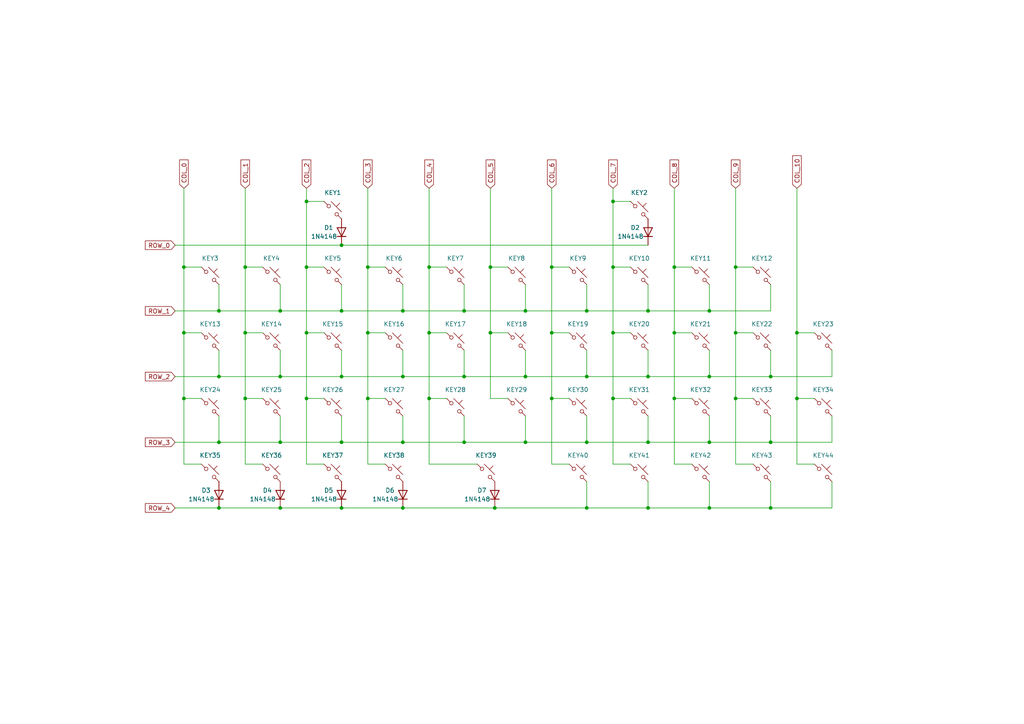
<source format=kicad_sch>
(kicad_sch (version 20230121) (generator eeschema)
  (paper "A4")
  (lib_symbols
    (symbol "Diode:1N4148" (pin_numbers hide) (pin_names (offset 1.016) hide)
      (property "Reference" "D" (at 0 2.54 0))
      (property "Value" "1N4148" (at 0 -2.54 0))
      (symbol "1N4148_0_1"
        (polyline (pts (xy -1.27 1.27) (xy -1.27 -1.27)) (stroke (width 0.254)))
        (polyline (pts (xy 1.27 0) (xy -1.27 0)))
        (polyline (pts (xy 1.27 1.27) (xy 1.27 -1.27) (xy -1.27 0) (xy 1.27 1.27)) (stroke (width 0.254)))
      )
      (symbol "1N4148_1_1"
        (pin passive line (at -3.81 0 0) (length 2.54) (name "K") (number "1"))
        (pin passive line (at 3.81 0 180) (length 2.54) (name "A") (number "2"))
      )
    )
    (symbol "Switch:SW_Push_45deg" (pin_numbers hide) (pin_names (offset 1.016) hide)
      (property "Reference" "SW" (at 3.048 1.016 0))
      (property "Value" "SW_Push_45deg" (at 0 -3.81 0))
      (symbol "SW_Push_45deg_0_1"
        (circle (center -1.1684 1.1684) (radius 0.508))
        (polyline (pts (xy -0.508 2.54) (xy 2.54 -0.508)))
        (polyline (pts (xy 1.016 1.016) (xy 2.032 2.032)))
        (polyline (pts (xy -2.54 2.54) (xy -1.524 1.524) (xy -1.524 1.524)))
        (polyline (pts (xy 1.524 -1.524) (xy 2.54 -2.54) (xy 2.54 -2.54) (xy 2.54 -2.54)))
        (circle (center 1.143 -1.1938) (radius 0.508))
        (pin passive line (at -2.54 2.54 0) (length 0) (name "1") (number "1"))
        (pin passive line (at 2.54 -2.54 180) (length 0) (name "2") (number "2"))
      )
    )
  )
  (junction (at 170.18 147.32))
  (junction (at 160.02 96.52))
  (junction (at 160.02 77.47))
  (junction (at 213.36 77.47))
  (junction (at 170.18 128.27))
  (junction (at 205.74 90.17))
  (junction (at 213.36 115.57))
  (junction (at 63.5 90.17))
  (junction (at 53.34 96.52))
  (junction (at 134.62 109.22))
  (junction (at 205.74 109.22))
  (junction (at 223.52 109.22))
  (junction (at 152.4 128.27))
  (junction (at 187.96 90.17))
  (junction (at 81.28 128.27))
  (junction (at 106.68 115.57))
  (junction (at 195.58 77.47))
  (junction (at 81.28 109.22))
  (junction (at 152.4 90.17))
  (junction (at 88.9 77.47))
  (junction (at 99.06 128.27))
  (junction (at 134.62 128.27))
  (junction (at 170.18 109.22))
  (junction (at 106.68 96.52))
  (junction (at 71.12 115.57))
  (junction (at 187.96 128.27))
  (junction (at 71.12 96.52))
  (junction (at 195.58 115.57))
  (junction (at 63.5 109.22))
  (junction (at 177.8 77.47))
  (junction (at 63.5 147.32))
  (junction (at 81.28 147.32))
  (junction (at 88.9 58.42))
  (junction (at 53.34 115.57))
  (junction (at 223.52 147.32))
  (junction (at 124.46 115.57))
  (junction (at 187.96 147.32))
  (junction (at 63.5 128.27))
  (junction (at 170.18 90.17))
  (junction (at 195.58 96.52))
  (junction (at 116.84 147.32))
  (junction (at 88.9 115.57))
  (junction (at 160.02 115.57))
  (junction (at 143.51 147.32))
  (junction (at 177.8 115.57))
  (junction (at 71.12 77.47))
  (junction (at 53.34 77.47))
  (junction (at 99.06 109.22))
  (junction (at 116.84 90.17))
  (junction (at 134.62 90.17))
  (junction (at 177.8 58.42))
  (junction (at 187.96 109.22))
  (junction (at 177.8 96.52))
  (junction (at 152.4 109.22))
  (junction (at 106.68 77.47))
  (junction (at 88.9 96.52))
  (junction (at 205.74 128.27))
  (junction (at 231.14 96.52))
  (junction (at 116.84 128.27))
  (junction (at 124.46 96.52))
  (junction (at 205.74 147.32))
  (junction (at 99.06 147.32))
  (junction (at 124.46 77.47))
  (junction (at 223.52 128.27))
  (junction (at 142.24 96.52))
  (junction (at 99.06 90.17))
  (junction (at 213.36 96.52))
  (junction (at 116.84 109.22))
  (junction (at 99.06 71.12))
  (junction (at 142.24 77.47))
  (junction (at 81.28 90.17))
  (junction (at 231.14 115.57))
  (wire (pts (xy 71.12 115.57) (xy 71.12 134.62)))
  (wire (pts (xy 53.34 77.47) (xy 58.42 77.47)))
  (wire (pts (xy 177.8 58.42) (xy 177.8 77.47)))
  (wire (pts (xy 99.06 101.6) (xy 99.06 109.22)))
  (wire (pts (xy 116.84 82.55) (xy 116.84 90.17)))
  (wire (pts (xy 71.12 54.61) (xy 71.12 77.47)))
  (wire (pts (xy 231.14 96.52) (xy 236.22 96.52)))
  (wire (pts (xy 177.8 77.47) (xy 177.8 96.52)))
  (wire (pts (xy 152.4 101.6) (xy 152.4 109.22)))
  (wire (pts (xy 205.74 139.7) (xy 205.74 147.32)))
  (wire (pts (xy 134.62 101.6) (xy 134.62 109.22)))
  (wire (pts (xy 177.8 115.57) (xy 182.88 115.57)))
  (wire (pts (xy 231.14 134.62) (xy 236.22 134.62)))
  (wire (pts (xy 187.96 90.17) (xy 205.74 90.17)))
  (wire (pts (xy 106.68 96.52) (xy 106.68 115.57)))
  (wire (pts (xy 124.46 77.47) (xy 129.54 77.47)))
  (wire (pts (xy 231.14 115.57) (xy 231.14 134.62)))
  (wire (pts (xy 223.52 147.32) (xy 241.3 147.32)))
  (wire (pts (xy 213.36 54.61) (xy 213.36 77.47)))
  (wire (pts (xy 195.58 77.47) (xy 200.66 77.47)))
  (wire (pts (xy 223.52 109.22) (xy 241.3 109.22)))
  (wire (pts (xy 99.06 90.17) (xy 116.84 90.17)))
  (wire (pts (xy 50.8 71.12) (xy 99.06 71.12)))
  (wire (pts (xy 142.24 54.61) (xy 142.24 77.47)))
  (wire (pts (xy 142.24 96.52) (xy 142.24 115.57)))
  (wire (pts (xy 170.18 139.7) (xy 170.18 147.32)))
  (wire (pts (xy 71.12 134.62) (xy 76.2 134.62)))
  (wire (pts (xy 99.06 120.65) (xy 99.06 128.27)))
  (wire (pts (xy 81.28 128.27) (xy 99.06 128.27)))
  (wire (pts (xy 170.18 120.65) (xy 170.18 128.27)))
  (wire (pts (xy 124.46 134.62) (xy 138.43 134.62)))
  (wire (pts (xy 106.68 77.47) (xy 111.76 77.47)))
  (wire (pts (xy 116.84 109.22) (xy 134.62 109.22)))
  (wire (pts (xy 187.96 101.6) (xy 187.96 109.22)))
  (wire (pts (xy 241.3 101.6) (xy 241.3 109.22)))
  (wire (pts (xy 187.96 120.65) (xy 187.96 128.27)))
  (wire (pts (xy 170.18 128.27) (xy 187.96 128.27)))
  (wire (pts (xy 195.58 115.57) (xy 200.66 115.57)))
  (wire (pts (xy 50.8 90.17) (xy 63.5 90.17)))
  (wire (pts (xy 195.58 54.61) (xy 195.58 77.47)))
  (wire (pts (xy 223.52 101.6) (xy 223.52 109.22)))
  (wire (pts (xy 231.14 96.52) (xy 231.14 115.57)))
  (wire (pts (xy 81.28 90.17) (xy 99.06 90.17)))
  (wire (pts (xy 152.4 128.27) (xy 170.18 128.27)))
  (wire (pts (xy 63.5 128.27) (xy 81.28 128.27)))
  (wire (pts (xy 99.06 82.55) (xy 99.06 90.17)))
  (wire (pts (xy 213.36 96.52) (xy 213.36 115.57)))
  (wire (pts (xy 205.74 109.22) (xy 223.52 109.22)))
  (wire (pts (xy 177.8 115.57) (xy 177.8 134.62)))
  (wire (pts (xy 63.5 147.32) (xy 81.28 147.32)))
  (wire (pts (xy 160.02 115.57) (xy 165.1 115.57)))
  (wire (pts (xy 134.62 109.22) (xy 152.4 109.22)))
  (wire (pts (xy 50.8 109.22) (xy 63.5 109.22)))
  (wire (pts (xy 223.52 128.27) (xy 241.3 128.27)))
  (wire (pts (xy 88.9 134.62) (xy 93.98 134.62)))
  (wire (pts (xy 99.06 147.32) (xy 116.84 147.32)))
  (wire (pts (xy 187.96 109.22) (xy 205.74 109.22)))
  (wire (pts (xy 53.34 115.57) (xy 58.42 115.57)))
  (wire (pts (xy 160.02 115.57) (xy 160.02 134.62)))
  (wire (pts (xy 142.24 96.52) (xy 147.32 96.52)))
  (wire (pts (xy 50.8 147.32) (xy 63.5 147.32)))
  (wire (pts (xy 195.58 115.57) (xy 195.58 134.62)))
  (wire (pts (xy 106.68 134.62) (xy 111.76 134.62)))
  (wire (pts (xy 205.74 90.17) (xy 223.52 90.17)))
  (wire (pts (xy 170.18 109.22) (xy 187.96 109.22)))
  (wire (pts (xy 223.52 82.55) (xy 223.52 90.17)))
  (wire (pts (xy 88.9 77.47) (xy 88.9 96.52)))
  (wire (pts (xy 134.62 120.65) (xy 134.62 128.27)))
  (wire (pts (xy 143.51 147.32) (xy 170.18 147.32)))
  (wire (pts (xy 71.12 115.57) (xy 76.2 115.57)))
  (wire (pts (xy 160.02 96.52) (xy 165.1 96.52)))
  (wire (pts (xy 177.8 134.62) (xy 182.88 134.62)))
  (wire (pts (xy 231.14 115.57) (xy 236.22 115.57)))
  (wire (pts (xy 177.8 96.52) (xy 182.88 96.52)))
  (wire (pts (xy 53.34 96.52) (xy 53.34 115.57)))
  (wire (pts (xy 63.5 120.65) (xy 63.5 128.27)))
  (wire (pts (xy 71.12 77.47) (xy 76.2 77.47)))
  (wire (pts (xy 152.4 109.22) (xy 170.18 109.22)))
  (wire (pts (xy 63.5 82.55) (xy 63.5 90.17)))
  (wire (pts (xy 177.8 96.52) (xy 177.8 115.57)))
  (wire (pts (xy 205.74 128.27) (xy 223.52 128.27)))
  (wire (pts (xy 195.58 134.62) (xy 200.66 134.62)))
  (wire (pts (xy 106.68 54.61) (xy 106.68 77.47)))
  (wire (pts (xy 71.12 96.52) (xy 71.12 115.57)))
  (wire (pts (xy 152.4 90.17) (xy 170.18 90.17)))
  (wire (pts (xy 53.34 54.61) (xy 53.34 77.47)))
  (wire (pts (xy 124.46 54.61) (xy 124.46 77.47)))
  (wire (pts (xy 195.58 77.47) (xy 195.58 96.52)))
  (wire (pts (xy 241.3 120.65) (xy 241.3 128.27)))
  (wire (pts (xy 142.24 115.57) (xy 147.32 115.57)))
  (wire (pts (xy 134.62 128.27) (xy 152.4 128.27)))
  (wire (pts (xy 177.8 58.42) (xy 182.88 58.42)))
  (wire (pts (xy 99.06 109.22) (xy 116.84 109.22)))
  (wire (pts (xy 116.84 128.27) (xy 134.62 128.27)))
  (wire (pts (xy 99.06 71.12) (xy 187.96 71.12)))
  (wire (pts (xy 170.18 90.17) (xy 187.96 90.17)))
  (wire (pts (xy 160.02 54.61) (xy 160.02 77.47)))
  (wire (pts (xy 205.74 120.65) (xy 205.74 128.27)))
  (wire (pts (xy 53.34 96.52) (xy 58.42 96.52)))
  (wire (pts (xy 205.74 82.55) (xy 205.74 90.17)))
  (wire (pts (xy 187.96 82.55) (xy 187.96 90.17)))
  (wire (pts (xy 88.9 115.57) (xy 93.98 115.57)))
  (wire (pts (xy 124.46 115.57) (xy 124.46 134.62)))
  (wire (pts (xy 88.9 115.57) (xy 88.9 134.62)))
  (wire (pts (xy 63.5 101.6) (xy 63.5 109.22)))
  (wire (pts (xy 223.52 139.7) (xy 223.52 147.32)))
  (wire (pts (xy 152.4 120.65) (xy 152.4 128.27)))
  (wire (pts (xy 205.74 147.32) (xy 223.52 147.32)))
  (wire (pts (xy 205.74 101.6) (xy 205.74 109.22)))
  (wire (pts (xy 88.9 96.52) (xy 93.98 96.52)))
  (wire (pts (xy 187.96 139.7) (xy 187.96 147.32)))
  (wire (pts (xy 63.5 90.17) (xy 81.28 90.17)))
  (wire (pts (xy 124.46 77.47) (xy 124.46 96.52)))
  (wire (pts (xy 124.46 96.52) (xy 124.46 115.57)))
  (wire (pts (xy 63.5 109.22) (xy 81.28 109.22)))
  (wire (pts (xy 53.34 77.47) (xy 53.34 96.52)))
  (wire (pts (xy 71.12 77.47) (xy 71.12 96.52)))
  (wire (pts (xy 223.52 120.65) (xy 223.52 128.27)))
  (wire (pts (xy 124.46 115.57) (xy 129.54 115.57)))
  (wire (pts (xy 116.84 147.32) (xy 143.51 147.32)))
  (wire (pts (xy 241.3 139.7) (xy 241.3 147.32)))
  (wire (pts (xy 177.8 54.61) (xy 177.8 58.42)))
  (wire (pts (xy 81.28 120.65) (xy 81.28 128.27)))
  (wire (pts (xy 81.28 101.6) (xy 81.28 109.22)))
  (wire (pts (xy 81.28 109.22) (xy 99.06 109.22)))
  (wire (pts (xy 116.84 90.17) (xy 134.62 90.17)))
  (wire (pts (xy 71.12 96.52) (xy 76.2 96.52)))
  (wire (pts (xy 231.14 54.61) (xy 231.14 96.52)))
  (wire (pts (xy 88.9 77.47) (xy 93.98 77.47)))
  (wire (pts (xy 81.28 147.32) (xy 99.06 147.32)))
  (wire (pts (xy 160.02 134.62) (xy 165.1 134.62)))
  (wire (pts (xy 160.02 77.47) (xy 165.1 77.47)))
  (wire (pts (xy 142.24 77.47) (xy 142.24 96.52)))
  (wire (pts (xy 213.36 134.62) (xy 218.44 134.62)))
  (wire (pts (xy 99.06 128.27) (xy 116.84 128.27)))
  (wire (pts (xy 50.8 128.27) (xy 63.5 128.27)))
  (wire (pts (xy 142.24 77.47) (xy 147.32 77.47)))
  (wire (pts (xy 88.9 58.42) (xy 88.9 77.47)))
  (wire (pts (xy 81.28 82.55) (xy 81.28 90.17)))
  (wire (pts (xy 195.58 96.52) (xy 200.66 96.52)))
  (wire (pts (xy 116.84 120.65) (xy 116.84 128.27)))
  (wire (pts (xy 160.02 77.47) (xy 160.02 96.52)))
  (wire (pts (xy 170.18 147.32) (xy 187.96 147.32)))
  (wire (pts (xy 106.68 115.57) (xy 106.68 134.62)))
  (wire (pts (xy 213.36 96.52) (xy 218.44 96.52)))
  (wire (pts (xy 134.62 90.17) (xy 152.4 90.17)))
  (wire (pts (xy 177.8 77.47) (xy 182.88 77.47)))
  (wire (pts (xy 213.36 115.57) (xy 213.36 134.62)))
  (wire (pts (xy 88.9 58.42) (xy 93.98 58.42)))
  (wire (pts (xy 195.58 96.52) (xy 195.58 115.57)))
  (wire (pts (xy 213.36 77.47) (xy 213.36 96.52)))
  (wire (pts (xy 106.68 77.47) (xy 106.68 96.52)))
  (wire (pts (xy 88.9 96.52) (xy 88.9 115.57)))
  (wire (pts (xy 53.34 134.62) (xy 58.42 134.62)))
  (wire (pts (xy 106.68 115.57) (xy 111.76 115.57)))
  (wire (pts (xy 134.62 82.55) (xy 134.62 90.17)))
  (wire (pts (xy 160.02 96.52) (xy 160.02 115.57)))
  (wire (pts (xy 170.18 101.6) (xy 170.18 109.22)))
  (wire (pts (xy 152.4 82.55) (xy 152.4 90.17)))
  (wire (pts (xy 187.96 147.32) (xy 205.74 147.32)))
  (wire (pts (xy 170.18 82.55) (xy 170.18 90.17)))
  (wire (pts (xy 88.9 54.61) (xy 88.9 58.42)))
  (wire (pts (xy 53.34 115.57) (xy 53.34 134.62)))
  (wire (pts (xy 124.46 96.52) (xy 129.54 96.52)))
  (wire (pts (xy 213.36 77.47) (xy 218.44 77.47)))
  (wire (pts (xy 187.96 128.27) (xy 205.74 128.27)))
  (wire (pts (xy 213.36 115.57) (xy 218.44 115.57)))
  (wire (pts (xy 116.84 101.6) (xy 116.84 109.22)))
  (wire (pts (xy 106.68 96.52) (xy 111.76 96.52)))
  (global_label "COL_4" (shape input) (at 124.46 54.61 90) (property "Intersheetrefs" "${INTERSHEET_REFS}" (effects hide)))
  (global_label "COL_5" (shape input) (at 142.24 54.61 90) (property "Intersheetrefs" "${INTERSHEET_REFS}" (effects hide)))
  (global_label "COL_6" (shape input) (at 160.02 54.61 90) (property "Intersheetrefs" "${INTERSHEET_REFS}" (effects hide)))
  (global_label "COL_8" (shape input) (at 195.58 54.61 90) (property "Intersheetrefs" "${INTERSHEET_REFS}" (effects hide)))
  (global_label "COL_3" (shape input) (at 106.68 54.61 90) (property "Intersheetrefs" "${INTERSHEET_REFS}" (effects hide)))
  (global_label "ROW_1" (shape input) (at 50.8 90.17 180) (property "Intersheetrefs" "${INTERSHEET_REFS}" (effects hide)))
  (global_label "COL_7" (shape input) (at 177.8 54.61 90) (property "Intersheetrefs" "${INTERSHEET_REFS}" (effects hide)))
  (global_label "COL_2" (shape input) (at 88.9 54.61 90) (property "Intersheetrefs" "${INTERSHEET_REFS}" (effects hide)))
  (global_label "ROW_3" (shape input) (at 50.8 128.27 180) (property "Intersheetrefs" "${INTERSHEET_REFS}" (effects hide)))
  (global_label "COL_1" (shape input) (at 71.12 54.61 90) (property "Intersheetrefs" "${INTERSHEET_REFS}" (effects hide)))
  (global_label "COL_9" (shape input) (at 213.36 54.61 90) (property "Intersheetrefs" "${INTERSHEET_REFS}" (effects hide)))
  (global_label "ROW_4" (shape input) (at 50.8 147.32 180) (property "Intersheetrefs" "${INTERSHEET_REFS}" (effects hide)))
  (global_label "COL_10" (shape input) (at 231.14 54.61 90) (property "Intersheetrefs" "${INTERSHEET_REFS}" (effects hide)))
  (global_label "ROW_2" (shape input) (at 50.8 109.22 180) (property "Intersheetrefs" "${INTERSHEET_REFS}" (effects hide)))
  (global_label "COL_0" (shape input) (at 53.34 54.61 90) (property "Intersheetrefs" "${INTERSHEET_REFS}" (effects hide)))
  (global_label "ROW_0" (shape input) (at 50.8 71.12 180) (property "Intersheetrefs" "${INTERSHEET_REFS}" (effects hide)))
  (symbol (lib_id "Switch:SW_Push_45deg") (at 185.42 80.01 0) (unit 1)
    (property "Reference" "KEY10" (at 185.42 74.93 0))
    (property "Value" "SW_Push_45deg" (effects hide))
    (property "Footprint" "Miniboard:SW_1TS015A" (effects hide))
    (property "LCSC" "C256105" (effects hide))
  )
  (symbol (lib_id "Switch:SW_Push_45deg") (at 238.76 118.11 0) (unit 1)
    (property "Reference" "KEY34" (at 238.76 113.03 0))
    (property "Value" "SW_Push_45deg" (effects hide))
    (property "Footprint" "Miniboard:SW_1TS015A" (effects hide))
    (property "LCSC" "C256105" (effects hide))
  )
  (symbol (lib_id "Switch:SW_Push_45deg") (at 149.86 99.06 0) (unit 1)
    (property "Reference" "KEY18" (at 149.86 93.98 0))
    (property "Value" "SW_Push_45deg" (effects hide))
    (property "Footprint" "Miniboard:SW_1TS015A" (effects hide))
    (property "LCSC" "C256105" (effects hide))
  )
  (symbol (lib_id "Diode:1N4148") (at 99.06 143.51 90) (unit 1)
    (property "Reference" "D5" (at 93.98 142.24 90) (effects (justify right)))
    (property "Value" "1N4148" (at 90.17 144.78 90) (effects (justify right)))
    (property "Footprint" "Diode_SMD:D_SOD-323_HandSoldering" (effects hide))
    (property "Datasheet" "https://assets.nexperia.com/documents/data-sheet/1N4148_1N4448.pdf" (effects hide))
    (property "LCSC" "C81598" (effects hide))
    (property "MFR. Part #" "1N4148W" (effects hide))
  )
  (symbol (lib_id "Switch:SW_Push_45deg") (at 96.52 80.01 0) (unit 1)
    (property "Reference" "KEY5" (at 96.52 74.93 0))
    (property "Value" "SW_Push_45deg" (effects hide))
    (property "Footprint" "Miniboard:SW_1TS015A" (effects hide))
    (property "LCSC" "C256105" (effects hide))
  )
  (symbol (lib_id "Switch:SW_Push_45deg") (at 220.98 118.11 0) (unit 1)
    (property "Reference" "KEY33" (at 220.98 113.03 0))
    (property "Value" "SW_Push_45deg" (effects hide))
    (property "Footprint" "Miniboard:SW_1TS015A" (effects hide))
    (property "LCSC" "C256105" (effects hide))
  )
  (symbol (lib_id "Switch:SW_Push_45deg") (at 96.52 118.11 0) (unit 1)
    (property "Reference" "KEY26" (at 96.52 113.03 0))
    (property "Value" "SW_Push_45deg" (effects hide))
    (property "Footprint" "Miniboard:SW_1TS015A" (effects hide))
    (property "LCSC" "C256105" (effects hide))
  )
  (symbol (lib_id "Switch:SW_Push_45deg") (at 149.86 118.11 0) (unit 1)
    (property "Reference" "KEY29" (at 149.86 113.03 0))
    (property "Value" "SW_Push_45deg" (effects hide))
    (property "Footprint" "Miniboard:SW_1TS015A" (effects hide))
    (property "LCSC" "C256105" (effects hide))
  )
  (symbol (lib_id "Switch:SW_Push_45deg") (at 220.98 99.06 0) (unit 1)
    (property "Reference" "KEY22" (at 220.98 93.98 0))
    (property "Value" "SW_Push_45deg" (effects hide))
    (property "Footprint" "Miniboard:SW_1TS015A" (effects hide))
    (property "LCSC" "C256105" (effects hide))
  )
  (symbol (lib_id "Switch:SW_Push_45deg") (at 203.2 99.06 0) (unit 1)
    (property "Reference" "KEY21" (at 203.2 93.98 0))
    (property "Value" "SW_Push_45deg" (effects hide))
    (property "Footprint" "Miniboard:SW_1TS015A" (effects hide))
    (property "LCSC" "C256105" (effects hide))
  )
  (symbol (lib_id "Switch:SW_Push_45deg") (at 238.76 99.06 0) (unit 1)
    (property "Reference" "KEY23" (at 238.76 93.98 0))
    (property "Value" "SW_Push_45deg" (effects hide))
    (property "Footprint" "Miniboard:SW_1TS015A" (effects hide))
    (property "LCSC" "C256105" (effects hide))
  )
  (symbol (lib_id "Diode:1N4148") (at 143.51 143.51 90) (unit 1)
    (property "Reference" "D7" (at 138.43 142.24 90) (effects (justify right)))
    (property "Value" "1N4148" (at 134.62 144.78 90) (effects (justify right)))
    (property "Footprint" "Diode_SMD:D_SOD-323_HandSoldering" (effects hide))
    (property "Datasheet" "https://assets.nexperia.com/documents/data-sheet/1N4148_1N4448.pdf" (effects hide))
    (property "LCSC" "C81598" (effects hide))
    (property "MFR. Part #" "1N4148W" (effects hide))
  )
  (symbol (lib_id "Diode:1N4148") (at 116.84 143.51 90) (unit 1)
    (property "Reference" "D6" (at 111.76 142.24 90) (effects (justify right)))
    (property "Value" "1N4148" (at 107.95 144.78 90) (effects (justify right)))
    (property "Footprint" "Diode_SMD:D_SOD-323_HandSoldering" (effects hide))
    (property "Datasheet" "https://assets.nexperia.com/documents/data-sheet/1N4148_1N4448.pdf" (effects hide))
    (property "LCSC" "C81598" (effects hide))
    (property "MFR. Part #" "1N4148W" (effects hide))
  )
  (symbol (lib_id "Switch:SW_Push_45deg") (at 220.98 80.01 0) (unit 1)
    (property "Reference" "KEY12" (at 220.98 74.93 0))
    (property "Value" "SW_Push_45deg" (effects hide))
    (property "Footprint" "Miniboard:SW_1TS015A" (effects hide))
    (property "LCSC" "C256105" (effects hide))
  )
  (symbol (lib_id "Switch:SW_Push_45deg") (at 60.96 80.01 0) (unit 1)
    (property "Reference" "KEY3" (at 60.96 74.93 0))
    (property "Value" "SW_Push_45deg" (effects hide))
    (property "Footprint" "Miniboard:SW_1TS015A" (effects hide))
    (property "LCSC" "C256105" (effects hide))
  )
  (symbol (lib_id "Switch:SW_Push_45deg") (at 167.64 80.01 0) (unit 1)
    (property "Reference" "KEY9" (at 167.64 74.93 0))
    (property "Value" "SW_Push_45deg" (effects hide))
    (property "Footprint" "Miniboard:SW_1TS015A" (effects hide))
    (property "LCSC" "C256105" (effects hide))
  )
  (symbol (lib_id "Switch:SW_Push_45deg") (at 167.64 118.11 0) (unit 1)
    (property "Reference" "KEY30" (at 167.64 113.03 0))
    (property "Value" "SW_Push_45deg" (effects hide))
    (property "Footprint" "Miniboard:SW_1TS015A" (effects hide))
    (property "LCSC" "C256105" (effects hide))
  )
  (symbol (lib_id "Switch:SW_Push_45deg") (at 203.2 118.11 0) (unit 1)
    (property "Reference" "KEY32" (at 203.2 113.03 0))
    (property "Value" "SW_Push_45deg" (effects hide))
    (property "Footprint" "Miniboard:SW_1TS015A" (effects hide))
    (property "LCSC" "C256105" (effects hide))
  )
  (symbol (lib_id "Switch:SW_Push_45deg") (at 132.08 80.01 0) (unit 1)
    (property "Reference" "KEY7" (at 132.08 74.93 0))
    (property "Value" "SW_Push_45deg" (effects hide))
    (property "Footprint" "Miniboard:SW_1TS015A" (effects hide))
    (property "LCSC" "C256105" (effects hide))
  )
  (symbol (lib_id "Switch:SW_Push_45deg") (at 203.2 137.16 0) (unit 1)
    (property "Reference" "KEY42" (at 203.2 132.08 0))
    (property "Value" "SW_Push_45deg" (effects hide))
    (property "Footprint" "Miniboard:SW_1TS015A" (effects hide))
    (property "LCSC" "C256105" (effects hide))
  )
  (symbol (lib_id "Switch:SW_Push_45deg") (at 78.74 80.01 0) (unit 1)
    (property "Reference" "KEY4" (at 78.74 74.93 0))
    (property "Value" "SW_Push_45deg" (effects hide))
    (property "Footprint" "Miniboard:SW_1TS015A" (effects hide))
    (property "LCSC" "C256105" (effects hide))
  )
  (symbol (lib_id "Switch:SW_Push_45deg") (at 167.64 99.06 0) (unit 1)
    (property "Reference" "KEY19" (at 167.64 93.98 0))
    (property "Value" "SW_Push_45deg" (effects hide))
    (property "Footprint" "Miniboard:SW_1TS015A" (effects hide))
    (property "LCSC" "C256105" (effects hide))
  )
  (symbol (lib_id "Switch:SW_Push_45deg") (at 96.52 60.96 0) (unit 1)
    (property "Reference" "KEY1" (at 96.52 55.88 0))
    (property "Value" "SW_Push_45deg" (effects hide))
    (property "Footprint" "Miniboard:SW_2x4x3.5mm_side" (effects hide))
  )
  (symbol (lib_id "Switch:SW_Push_45deg") (at 185.42 60.96 0) (unit 1)
    (property "Reference" "KEY2" (at 185.42 55.88 0))
    (property "Value" "SW_Push_45deg" (effects hide))
    (property "Footprint" "Miniboard:SW_2x4x3.5mm_side" (effects hide))
  )
  (symbol (lib_id "Switch:SW_Push_45deg") (at 96.52 99.06 0) (unit 1)
    (property "Reference" "KEY15" (at 96.52 93.98 0))
    (property "Value" "SW_Push_45deg" (effects hide))
    (property "Footprint" "Miniboard:SW_1TS015A" (effects hide))
    (property "LCSC" "C256105" (effects hide))
  )
  (symbol (lib_id "Diode:1N4148") (at 63.5 143.51 90) (unit 1)
    (property "Reference" "D3" (at 58.42 142.24 90) (effects (justify right)))
    (property "Value" "1N4148" (at 54.61 144.78 90) (effects (justify right)))
    (property "Footprint" "Diode_SMD:D_SOD-323_HandSoldering" (effects hide))
    (property "Datasheet" "https://assets.nexperia.com/documents/data-sheet/1N4148_1N4448.pdf" (effects hide))
    (property "LCSC" "C81598" (effects hide))
    (property "MFR. Part #" "1N4148W" (effects hide))
  )
  (symbol (lib_id "Switch:SW_Push_45deg") (at 220.98 137.16 0) (unit 1)
    (property "Reference" "KEY43" (at 220.98 132.08 0))
    (property "Value" "SW_Push_45deg" (effects hide))
    (property "Footprint" "Miniboard:SW_1TS015A" (effects hide))
    (property "LCSC" "C256105" (effects hide))
  )
  (symbol (lib_id "Switch:SW_Push_45deg") (at 114.3 99.06 0) (unit 1)
    (property "Reference" "KEY16" (at 114.3 93.98 0))
    (property "Value" "SW_Push_45deg" (effects hide))
    (property "Footprint" "Miniboard:SW_1TS015A" (effects hide))
    (property "LCSC" "C256105" (effects hide))
  )
  (symbol (lib_id "Switch:SW_Push_45deg") (at 238.76 137.16 0) (unit 1)
    (property "Reference" "KEY44" (at 238.76 132.08 0))
    (property "Value" "SW_Push_45deg" (effects hide))
    (property "Footprint" "Miniboard:SW_1TS015A" (effects hide))
    (property "LCSC" "C256105" (effects hide))
  )
  (symbol (lib_id "Switch:SW_Push_45deg") (at 185.42 118.11 0) (unit 1)
    (property "Reference" "KEY31" (at 185.42 113.03 0))
    (property "Value" "SW_Push_45deg" (effects hide))
    (property "Footprint" "Miniboard:SW_1TS015A" (effects hide))
    (property "LCSC" "C256105" (effects hide))
  )
  (symbol (lib_id "Switch:SW_Push_45deg") (at 140.97 137.16 0) (unit 1)
    (property "Reference" "KEY39" (at 140.97 132.08 0))
    (property "Value" "SW_Push_45deg" (effects hide))
    (property "Footprint" "Miniboard:SW_1TS015A" (effects hide))
    (property "LCSC" "C256105" (effects hide))
  )
  (symbol (lib_id "Switch:SW_Push_45deg") (at 114.3 80.01 0) (unit 1)
    (property "Reference" "KEY6" (at 114.3 74.93 0))
    (property "Value" "SW_Push_45deg" (effects hide))
    (property "Footprint" "Miniboard:SW_1TS015A" (effects hide))
    (property "LCSC" "C256105" (effects hide))
  )
  (symbol (lib_id "Switch:SW_Push_45deg") (at 203.2 80.01 0) (unit 1)
    (property "Reference" "KEY11" (at 203.2 74.93 0))
    (property "Value" "SW_Push_45deg" (effects hide))
    (property "Footprint" "Miniboard:SW_1TS015A" (effects hide))
    (property "LCSC" "C256105" (effects hide))
  )
  (symbol (lib_id "Switch:SW_Push_45deg") (at 114.3 137.16 0) (unit 1)
    (property "Reference" "KEY38" (at 114.3 132.08 0))
    (property "Value" "SW_Push_45deg" (effects hide))
    (property "Footprint" "Miniboard:SW_1TS015A" (effects hide))
    (property "LCSC" "C256105" (effects hide))
  )
  (symbol (lib_id "Switch:SW_Push_45deg") (at 78.74 137.16 0) (unit 1)
    (property "Reference" "KEY36" (at 78.74 132.08 0))
    (property "Value" "SW_Push_45deg" (effects hide))
    (property "Footprint" "Miniboard:SW_1TS015A" (effects hide))
    (property "LCSC" "C256105" (effects hide))
  )
  (symbol (lib_id "Switch:SW_Push_45deg") (at 114.3 118.11 0) (unit 1)
    (property "Reference" "KEY27" (at 114.3 113.03 0))
    (property "Value" "SW_Push_45deg" (effects hide))
    (property "Footprint" "Miniboard:SW_1TS015A" (effects hide))
    (property "LCSC" "C256105" (effects hide))
  )
  (symbol (lib_id "Switch:SW_Push_45deg") (at 78.74 99.06 0) (unit 1)
    (property "Reference" "KEY14" (at 78.74 93.98 0))
    (property "Value" "SW_Push_45deg" (effects hide))
    (property "Footprint" "Miniboard:SW_1TS015A" (effects hide))
    (property "LCSC" "C256105" (effects hide))
  )
  (symbol (lib_id "Switch:SW_Push_45deg") (at 132.08 118.11 0) (unit 1)
    (property "Reference" "KEY28" (at 132.08 113.03 0))
    (property "Value" "SW_Push_45deg" (effects hide))
    (property "Footprint" "Miniboard:SW_1TS015A" (effects hide))
    (property "LCSC" "C256105" (effects hide))
  )
  (symbol (lib_id "Switch:SW_Push_45deg") (at 60.96 118.11 0) (unit 1)
    (property "Reference" "KEY24" (at 60.96 113.03 0))
    (property "Value" "SW_Push_45deg" (effects hide))
    (property "Footprint" "Miniboard:SW_1TS015A" (effects hide))
    (property "LCSC" "C256105" (effects hide))
  )
  (symbol (lib_id "Switch:SW_Push_45deg") (at 149.86 80.01 0) (unit 1)
    (property "Reference" "KEY8" (at 149.86 74.93 0))
    (property "Value" "SW_Push_45deg" (effects hide))
    (property "Footprint" "Miniboard:SW_1TS015A" (effects hide))
    (property "LCSC" "C256105" (effects hide))
  )
  (symbol (lib_id "Switch:SW_Push_45deg") (at 78.74 118.11 0) (unit 1)
    (property "Reference" "KEY25" (at 78.74 113.03 0))
    (property "Value" "SW_Push_45deg" (effects hide))
    (property "Footprint" "Miniboard:SW_1TS015A" (effects hide))
    (property "LCSC" "C256105" (effects hide))
  )
  (symbol (lib_id "Switch:SW_Push_45deg") (at 60.96 99.06 0) (unit 1)
    (property "Reference" "KEY13" (at 60.96 93.98 0))
    (property "Value" "SW_Push_45deg" (effects hide))
    (property "Footprint" "Miniboard:SW_1TS015A" (effects hide))
    (property "LCSC" "C256105" (effects hide))
  )
  (symbol (lib_id "Diode:1N4148") (at 187.96 67.31 90) (unit 1)
    (property "Reference" "D2" (at 182.88 66.04 90) (effects (justify right)))
    (property "Value" "1N4148" (at 179.07 68.58 90) (effects (justify right)))
    (property "Footprint" "Diode_SMD:D_SOD-323_HandSoldering" (effects hide))
    (property "Datasheet" "https://assets.nexperia.com/documents/data-sheet/1N4148_1N4448.pdf" (effects hide))
    (property "LCSC" "C81598" (effects hide))
    (property "MFR. Part #" "1N4148W" (effects hide))
  )
  (symbol (lib_id "Switch:SW_Push_45deg") (at 167.64 137.16 0) (unit 1)
    (property "Reference" "KEY40" (at 167.64 132.08 0))
    (property "Value" "SW_Push_45deg" (effects hide))
    (property "Footprint" "Miniboard:SW_1TS015A" (effects hide))
    (property "LCSC" "C256105" (effects hide))
  )
  (symbol (lib_id "Diode:1N4148") (at 99.06 67.31 90) (unit 1)
    (property "Reference" "D1" (at 93.98 66.04 90) (effects (justify right)))
    (property "Value" "1N4148" (at 90.17 68.58 90) (effects (justify right)))
    (property "Footprint" "Diode_SMD:D_SOD-323_HandSoldering" (effects hide))
    (property "Datasheet" "https://assets.nexperia.com/documents/data-sheet/1N4148_1N4448.pdf" (effects hide))
    (property "LCSC" "C81598" (effects hide))
    (property "MFR. Part #" "1N4148W" (effects hide))
  )
  (symbol (lib_id "Switch:SW_Push_45deg") (at 185.42 99.06 0) (unit 1)
    (property "Reference" "KEY20" (at 185.42 93.98 0))
    (property "Value" "SW_Push_45deg" (effects hide))
    (property "Footprint" "Miniboard:SW_1TS015A" (effects hide))
    (property "LCSC" "C256105" (effects hide))
  )
  (symbol (lib_id "Switch:SW_Push_45deg") (at 185.42 137.16 0) (unit 1)
    (property "Reference" "KEY41" (at 185.42 132.08 0))
    (property "Value" "SW_Push_45deg" (effects hide))
    (property "Footprint" "Miniboard:SW_1TS015A" (effects hide))
    (property "LCSC" "C256105" (effects hide))
  )
  (symbol (lib_id "Switch:SW_Push_45deg") (at 132.08 99.06 0) (unit 1)
    (property "Reference" "KEY17" (at 132.08 93.98 0))
    (property "Value" "SW_Push_45deg" (effects hide))
    (property "Footprint" "Miniboard:SW_1TS015A" (effects hide))
    (property "LCSC" "C256105" (effects hide))
  )
  (symbol (lib_id "Switch:SW_Push_45deg") (at 60.96 137.16 0) (unit 1)
    (property "Reference" "KEY35" (at 60.96 132.08 0))
    (property "Value" "SW_Push_45deg" (effects hide))
    (property "Footprint" "Miniboard:SW_1TS015A" (effects hide))
    (property "LCSC" "C256105" (effects hide))
  )
  (symbol (lib_id "Diode:1N4148") (at 81.28 143.51 90) (unit 1)
    (property "Reference" "D4" (at 76.2 142.24 90) (effects (justify right)))
    (property "Value" "1N4148" (at 72.39 144.78 90) (effects (justify right)))
    (property "Footprint" "Diode_SMD:D_SOD-323_HandSoldering" (effects hide))
    (property "Datasheet" "https://assets.nexperia.com/documents/data-sheet/1N4148_1N4448.pdf" (effects hide))
    (property "LCSC" "C81598" (effects hide))
    (property "MFR. Part #" "1N4148W" (effects hide))
  )
  (symbol (lib_id "Switch:SW_Push_45deg") (at 96.52 137.16 0) (unit 1)
    (property "Reference" "KEY37" (at 96.52 132.08 0))
    (property "Value" "SW_Push_45deg" (effects hide))
    (property "Footprint" "Miniboard:SW_1TS015A" (effects hide))
    (property "LCSC" "C256105" (effects hide))
  )
)
</source>
